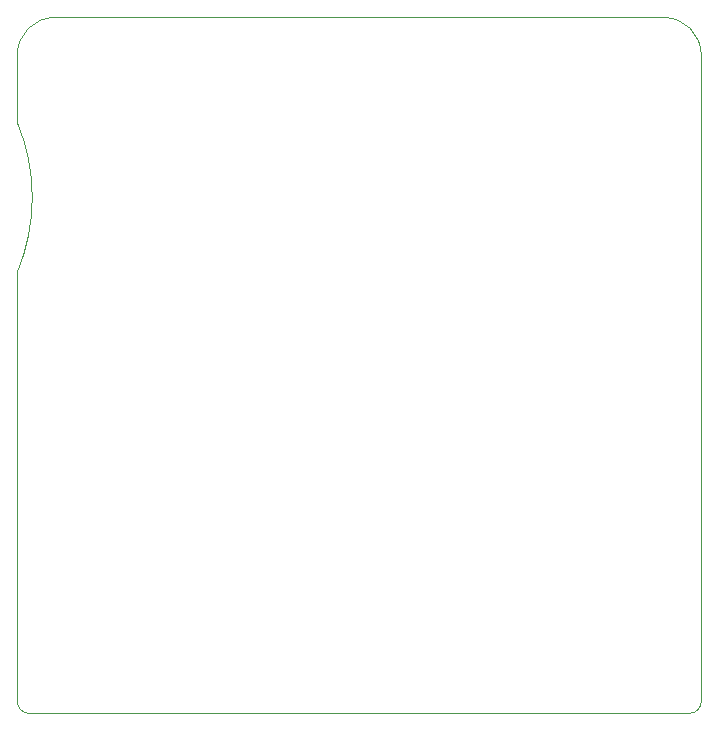
<source format=gm1>
%TF.GenerationSoftware,KiCad,Pcbnew,(5.1.8)-1*%
%TF.CreationDate,2021-04-29T23:29:39+02:00*%
%TF.ProjectId,ZX Cartridge 2021 FA1,5a582043-6172-4747-9269-646765203230,rev?*%
%TF.SameCoordinates,Original*%
%TF.FileFunction,Profile,NP*%
%FSLAX46Y46*%
G04 Gerber Fmt 4.6, Leading zero omitted, Abs format (unit mm)*
G04 Created by KiCad (PCBNEW (5.1.8)-1) date 2021-04-29 23:29:39*
%MOMM*%
%LPD*%
G01*
G04 APERTURE LIST*
%TA.AperFunction,Profile*%
%ADD10C,0.025400*%
%TD*%
G04 APERTURE END LIST*
D10*
X120269000Y-116967000D02*
G75*
G03*
X121285000Y-117983000I1016000J0D01*
G01*
X120269000Y-67945000D02*
X120269000Y-62230000D01*
X120269001Y-67945000D02*
G75*
G02*
X120269001Y-80645000I-15240000J-6350001D01*
G01*
X123444000Y-59055000D02*
X175006000Y-59055000D01*
X175006000Y-59055000D02*
G75*
G02*
X178181000Y-62230000I0J-3175000D01*
G01*
X120269000Y-62230000D02*
G75*
G02*
X123444000Y-59055000I3175000J0D01*
G01*
X177165000Y-117983000D02*
X121285000Y-117983000D01*
X178181000Y-62230000D02*
X178181000Y-116967000D01*
X177165000Y-117983000D02*
G75*
G03*
X178181000Y-116967000I0J1016000D01*
G01*
X120269001Y-80645000D02*
X120269000Y-116967000D01*
M02*

</source>
